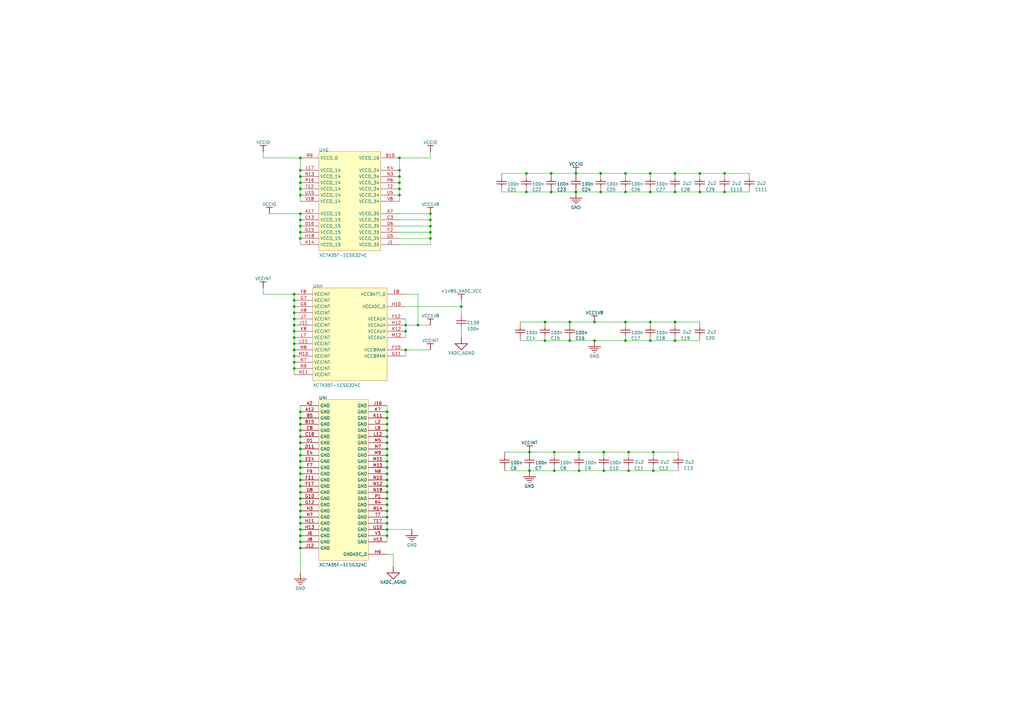
<source format=kicad_sch>
(kicad_sch (version 20231120) (generator "eeschema") (generator_version "8.0")
  (paper "A3")
  (title_block (title "<Enter Sheet Title>"))
  (junction (at 123.19 186.69))
  (junction (at 267.97 193.04))
  (junction (at 158.75 219.71))
  (junction (at 297.18 71.12))
  (junction (at 163.83 77.47))
  (junction (at 158.75 171.45))
  (junction (at 171.45 133.35))
  (junction (at 120.65 135.89))
  (junction (at 223.52 132.08))
  (junction (at 256.54 78.74))
  (junction (at 120.65 148.59))
  (junction (at 217.17 193.04))
  (junction (at 123.19 179.07))
  (junction (at 223.52 139.7))
  (junction (at 276.86 132.08))
  (junction (at 123.19 69.85))
  (junction (at 256.54 71.12))
  (junction (at 266.7 71.12))
  (junction (at 257.81 185.42))
  (junction (at 158.75 186.69))
  (junction (at 123.19 196.85))
  (junction (at 158.75 212.09))
  (junction (at 163.83 80.01))
  (junction (at 123.19 189.23))
  (junction (at 246.38 71.12))
  (junction (at 287.02 78.74))
  (junction (at 123.19 173.99))
  (junction (at 276.86 71.12))
  (junction (at 123.19 209.55))
  (junction (at 176.53 90.17))
  (junction (at 166.37 143.51))
  (junction (at 158.75 194.31))
  (junction (at 166.37 133.35))
  (junction (at 266.7 132.08))
  (junction (at 123.19 181.61))
  (junction (at 120.65 128.27))
  (junction (at 120.65 123.19))
  (junction (at 123.19 92.71))
  (junction (at 123.19 204.47))
  (junction (at 297.18 78.74))
  (junction (at 158.75 181.61))
  (junction (at 276.86 139.7))
  (junction (at 233.68 132.08))
  (junction (at 226.06 78.74))
  (junction (at 123.19 168.91))
  (junction (at 123.19 74.93))
  (junction (at 158.75 196.85))
  (junction (at 120.65 130.81))
  (junction (at 227.33 193.04))
  (junction (at 243.84 139.7))
  (junction (at 163.83 74.93))
  (junction (at 120.65 143.51))
  (junction (at 158.75 176.53))
  (junction (at 158.75 209.55))
  (junction (at 158.75 168.91))
  (junction (at 257.81 193.04))
  (junction (at 217.17 185.42))
  (junction (at 123.19 171.45))
  (junction (at 123.19 212.09))
  (junction (at 247.65 185.42))
  (junction (at 123.19 80.01))
  (junction (at 158.75 184.15))
  (junction (at 120.65 151.13))
  (junction (at 123.19 72.39))
  (junction (at 123.19 201.93))
  (junction (at 158.75 207.01))
  (junction (at 176.53 95.25))
  (junction (at 266.7 139.7))
  (junction (at 236.22 78.74))
  (junction (at 237.49 193.04))
  (junction (at 247.65 193.04))
  (junction (at 267.97 185.42))
  (junction (at 237.49 185.42))
  (junction (at 158.75 217.17))
  (junction (at 158.75 191.77))
  (junction (at 123.19 219.71))
  (junction (at 158.75 173.99))
  (junction (at 123.19 194.31))
  (junction (at 123.19 191.77))
  (junction (at 256.54 139.7))
  (junction (at 120.65 146.05))
  (junction (at 123.19 199.39))
  (junction (at 163.83 72.39))
  (junction (at 256.54 132.08))
  (junction (at 158.75 189.23))
  (junction (at 123.19 207.01))
  (junction (at 123.19 90.17))
  (junction (at 158.75 199.39))
  (junction (at 266.7 78.74))
  (junction (at 120.65 125.73))
  (junction (at 158.75 179.07))
  (junction (at 166.37 135.89))
  (junction (at 123.19 217.17))
  (junction (at 189.23 125.73))
  (junction (at 120.65 140.97))
  (junction (at 158.75 201.93))
  (junction (at 120.65 120.65))
  (junction (at 120.65 138.43))
  (junction (at 226.06 71.12))
  (junction (at 123.19 87.63))
  (junction (at 158.75 214.63))
  (junction (at 163.83 64.77))
  (junction (at 123.19 222.25))
  (junction (at 236.22 71.12))
  (junction (at 123.19 184.15))
  (junction (at 123.19 77.47))
  (junction (at 123.19 95.25))
  (junction (at 176.53 97.79))
  (junction (at 158.75 204.47))
  (junction (at 163.83 69.85))
  (junction (at 215.9 71.12))
  (junction (at 176.53 87.63))
  (junction (at 123.19 224.79))
  (junction (at 276.86 78.74))
  (junction (at 227.33 185.42))
  (junction (at 246.38 78.74))
  (junction (at 123.19 97.79))
  (junction (at 287.02 71.12))
  (junction (at 123.19 176.53))
  (junction (at 233.68 139.7))
  (junction (at 123.19 214.63))
  (junction (at 123.19 64.77))
  (junction (at 176.53 92.71))
  (junction (at 215.9 78.74))
  (junction (at 243.84 132.08))
  (junction (at 120.65 133.35))
  (wire (pts (xy 120.65 125.73) (xy 120.65 123.19)))
  (wire (pts (xy 123.19 64.77) (xy 107.95 64.77)))
  (wire (pts (xy 123.19 80.01) (xy 123.19 77.47)))
  (wire (pts (xy 123.19 214.63) (xy 123.19 212.09)))
  (wire (pts (xy 120.65 148.59) (xy 120.65 151.13)))
  (wire (pts (xy 123.19 224.79) (xy 123.19 222.25)))
  (wire (pts (xy 266.7 139.7) (xy 256.54 139.7)))
  (wire (pts (xy 123.19 77.47) (xy 123.19 74.93)))
  (wire (pts (xy 123.19 97.79) (xy 123.19 100.33)))
  (wire (pts (xy 123.19 181.61) (xy 123.19 184.15)))
  (wire (pts (xy 123.19 72.39) (xy 123.19 69.85)))
  (wire (pts (xy 120.65 123.19) (xy 120.65 120.65)))
  (wire (pts (xy 123.19 176.53) (xy 123.19 179.07)))
  (wire (pts (xy 163.83 82.55) (xy 163.83 80.01)))
  (wire (pts (xy 287.02 71.12) (xy 297.18 71.12)))
  (wire (pts (xy 123.19 173.99) (xy 123.19 176.53)))
  (wire (pts (xy 123.19 95.25) (xy 123.19 97.79)))
  (wire (pts (xy 163.83 87.63) (xy 176.53 87.63)))
  (wire (pts (xy 123.19 207.01) (xy 123.19 204.47)))
  (wire (pts (xy 237.49 193.04) (xy 247.65 193.04)))
  (wire (pts (xy 215.9 71.12) (xy 205.74 71.12)))
  (wire (pts (xy 158.75 204.47) (xy 158.75 207.01)))
  (wire (pts (xy 123.19 90.17) (xy 123.19 92.71)))
  (wire (pts (xy 276.86 132.08) (xy 266.7 132.08)))
  (wire (pts (xy 233.68 132.08) (xy 223.52 132.08)))
  (wire (pts (xy 166.37 135.89) (xy 166.37 138.43)))
  (wire (pts (xy 166.37 143.51) (xy 166.37 146.05)))
  (wire (pts (xy 123.19 92.71) (xy 123.19 95.25)))
  (wire (pts (xy 120.65 138.43) (xy 120.65 140.97)))
  (wire (pts (xy 168.91 217.17) (xy 158.75 217.17)))
  (wire (pts (xy 120.65 146.05) (xy 120.65 148.59)))
  (wire (pts (xy 226.06 71.12) (xy 215.9 71.12)))
  (wire (pts (xy 276.86 139.7) (xy 266.7 139.7)))
  (wire (pts (xy 247.65 185.42) (xy 257.81 185.42)))
  (wire (pts (xy 236.22 71.12) (xy 226.06 71.12)))
  (wire (pts (xy 158.75 209.55) (xy 158.75 212.09)))
  (wire (pts (xy 123.19 212.09) (xy 123.19 209.55)))
  (wire (pts (xy 227.33 185.42) (xy 237.49 185.42)))
  (wire (pts (xy 123.19 189.23) (xy 123.19 186.69)))
  (wire (pts (xy 236.22 78.74) (xy 226.06 78.74)))
  (wire (pts (xy 123.19 199.39) (xy 123.19 196.85)))
  (wire (pts (xy 257.81 185.42) (xy 267.97 185.42)))
  (wire (pts (xy 246.38 71.12) (xy 236.22 71.12)))
  (wire (pts (xy 123.19 204.47) (xy 123.19 201.93)))
  (wire (pts (xy 123.19 234.95) (xy 123.19 224.79)))
  (wire (pts (xy 246.38 78.74) (xy 236.22 78.74)))
  (wire (pts (xy 120.65 135.89) (xy 120.65 133.35)))
  (wire (pts (xy 266.7 78.74) (xy 256.54 78.74)))
  (wire (pts (xy 120.65 151.13) (xy 120.65 153.67)))
  (wire (pts (xy 158.75 207.01) (xy 158.75 209.55)))
  (wire (pts (xy 158.75 176.53) (xy 158.75 179.07)))
  (wire (pts (xy 176.53 143.51) (xy 166.37 143.51)))
  (wire (pts (xy 256.54 78.74) (xy 246.38 78.74)))
  (wire (pts (xy 171.45 120.65) (xy 171.45 133.35)))
  (wire (pts (xy 158.75 181.61) (xy 158.75 184.15)))
  (wire (pts (xy 123.19 168.91) (xy 123.19 171.45)))
  (wire (pts (xy 158.75 194.31) (xy 158.75 196.85)))
  (wire (pts (xy 176.53 64.77) (xy 176.53 62.23)))
  (wire (pts (xy 158.75 166.37) (xy 158.75 168.91)))
  (wire (pts (xy 163.83 97.79) (xy 176.53 97.79)))
  (wire (pts (xy 158.75 214.63) (xy 158.75 217.17)))
  (wire (pts (xy 120.65 120.65) (xy 107.95 120.65)))
  (wire (pts (xy 215.9 78.74) (xy 205.74 78.74)))
  (wire (pts (xy 257.81 193.04) (xy 267.97 193.04)))
  (wire (pts (xy 110.49 87.63) (xy 123.19 87.63)))
  (wire (pts (xy 123.19 201.93) (xy 123.19 199.39)))
  (wire (pts (xy 123.19 87.63) (xy 123.19 90.17)))
  (wire (pts (xy 120.65 140.97) (xy 120.65 143.51)))
  (wire (pts (xy 120.65 130.81) (xy 120.65 128.27)))
  (wire (pts (xy 107.95 120.65) (xy 107.95 118.11)))
  (wire (pts (xy 163.83 77.47) (xy 163.83 74.93)))
  (wire (pts (xy 243.84 139.7) (xy 233.68 139.7)))
  (wire (pts (xy 223.52 132.08) (xy 213.36 132.08)))
  (wire (pts (xy 123.19 179.07) (xy 123.19 181.61)))
  (wire (pts (xy 123.19 69.85) (xy 123.19 64.77)))
  (wire (pts (xy 107.95 64.77) (xy 107.95 62.23)))
  (wire (pts (xy 158.75 217.17) (xy 158.75 219.71)))
  (wire (pts (xy 158.75 189.23) (xy 158.75 191.77)))
  (wire (pts (xy 166.37 133.35) (xy 166.37 130.81)))
  (wire (pts (xy 163.83 64.77) (xy 176.53 64.77)))
  (wire (pts (xy 287.02 78.74) (xy 297.18 78.74)))
  (wire (pts (xy 189.23 125.73) (xy 189.23 123.19)))
  (wire (pts (xy 266.7 132.08) (xy 256.54 132.08)))
  (wire (pts (xy 176.53 92.71) (xy 176.53 90.17)))
  (wire (pts (xy 163.83 90.17) (xy 176.53 90.17)))
  (wire (pts (xy 297.18 78.74) (xy 307.34 78.74)))
  (wire (pts (xy 123.19 184.15) (xy 123.19 186.69)))
  (wire (pts (xy 233.68 139.7) (xy 223.52 139.7)))
  (wire (pts (xy 176.53 133.35) (xy 171.45 133.35)))
  (wire (pts (xy 226.06 78.74) (xy 215.9 78.74)))
  (wire (pts (xy 176.53 90.17) (xy 176.53 87.63)))
  (wire (pts (xy 163.83 72.39) (xy 163.83 69.85)))
  (wire (pts (xy 207.01 185.42) (xy 217.17 185.42)))
  (wire (pts (xy 158.75 199.39) (xy 158.75 201.93)))
  (wire (pts (xy 158.75 179.07) (xy 158.75 181.61)))
  (wire (pts (xy 123.19 74.93) (xy 123.19 72.39)))
  (wire (pts (xy 267.97 193.04) (xy 278.13 193.04)))
  (wire (pts (xy 158.75 186.69) (xy 158.75 189.23)))
  (wire (pts (xy 287.02 139.7) (xy 276.86 139.7)))
  (wire (pts (xy 171.45 133.35) (xy 166.37 133.35)))
  (wire (pts (xy 123.19 219.71) (xy 123.19 217.17)))
  (wire (pts (xy 217.17 193.04) (xy 227.33 193.04)))
  (wire (pts (xy 158.75 196.85) (xy 158.75 199.39)))
  (wire (pts (xy 123.19 196.85) (xy 123.19 194.31)))
  (wire (pts (xy 287.02 132.08) (xy 276.86 132.08)))
  (wire (pts (xy 158.75 201.93) (xy 158.75 204.47)))
  (wire (pts (xy 158.75 184.15) (xy 158.75 186.69)))
  (wire (pts (xy 276.86 78.74) (xy 266.7 78.74)))
  (wire (pts (xy 243.84 132.08) (xy 233.68 132.08)))
  (wire (pts (xy 158.75 168.91) (xy 158.75 171.45)))
  (wire (pts (xy 123.19 191.77) (xy 123.19 189.23)))
  (wire (pts (xy 227.33 193.04) (xy 237.49 193.04)))
  (wire (pts (xy 276.86 71.12) (xy 266.7 71.12)))
  (wire (pts (xy 189.23 138.43) (xy 189.23 135.89)))
  (wire (pts (xy 166.37 133.35) (xy 166.37 135.89)))
  (wire (pts (xy 158.75 212.09) (xy 158.75 214.63)))
  (wire (pts (xy 163.83 74.93) (xy 163.83 72.39)))
  (wire (pts (xy 223.52 139.7) (xy 213.36 139.7)))
  (wire (pts (xy 158.75 219.71) (xy 158.75 222.25)))
  (wire (pts (xy 123.19 82.55) (xy 123.19 80.01)))
  (wire (pts (xy 256.54 139.7) (xy 243.84 139.7)))
  (wire (pts (xy 217.17 185.42) (xy 227.33 185.42)))
  (wire (pts (xy 256.54 132.08) (xy 243.84 132.08)))
  (wire (pts (xy 176.53 95.25) (xy 176.53 92.71)))
  (wire (pts (xy 158.75 173.99) (xy 158.75 176.53)))
  (wire (pts (xy 123.19 217.17) (xy 123.19 214.63)))
  (wire (pts (xy 158.75 171.45) (xy 158.75 173.99)))
  (wire (pts (xy 163.83 100.33) (xy 176.53 100.33)))
  (wire (pts (xy 266.7 71.12) (xy 256.54 71.12)))
  (wire (pts (xy 123.19 171.45) (xy 123.19 173.99)))
  (wire (pts (xy 166.37 125.73) (xy 189.23 125.73)))
  (wire (pts (xy 123.19 166.37) (xy 123.19 168.91)))
  (wire (pts (xy 189.23 128.27) (xy 189.23 125.73)))
  (wire (pts (xy 163.83 69.85) (xy 163.83 64.77)))
  (wire (pts (xy 123.19 209.55) (xy 123.19 207.01)))
  (wire (pts (xy 166.37 120.65) (xy 171.45 120.65)))
  (wire (pts (xy 176.53 97.79) (xy 176.53 95.25)))
  (wire (pts (xy 123.19 222.25) (xy 123.19 219.71)))
  (wire (pts (xy 267.97 185.42) (xy 278.13 185.42)))
  (wire (pts (xy 158.75 191.77) (xy 158.75 194.31)))
  (wire (pts (xy 256.54 71.12) (xy 246.38 71.12)))
  (wire (pts (xy 120.65 128.27) (xy 120.65 125.73)))
  (wire (pts (xy 207.01 193.04) (xy 217.17 193.04)))
  (wire (pts (xy 158.75 227.33) (xy 161.29 227.33)))
  (wire (pts (xy 247.65 193.04) (xy 257.81 193.04)))
  (wire (pts (xy 237.49 185.42) (xy 247.65 185.42)))
  (wire (pts (xy 123.19 194.31) (xy 123.19 191.77)))
  (wire (pts (xy 120.65 143.51) (xy 120.65 146.05)))
  (wire (pts (xy 161.29 227.33) (xy 161.29 232.41)))
  (wire (pts (xy 297.18 71.12) (xy 307.34 71.12)))
  (wire (pts (xy 176.53 100.33) (xy 176.53 97.79)))
  (wire (pts (xy 120.65 133.35) (xy 120.65 130.81)))
  (wire (pts (xy 163.83 92.71) (xy 176.53 92.71)))
  (wire (pts (xy 163.83 95.25) (xy 176.53 95.25)))
  (wire (pts (xy 163.83 80.01) (xy 163.83 77.47)))
  (wire (pts (xy 120.65 135.89) (xy 120.65 138.43)))
  (wire (pts (xy 287.02 71.12) (xy 276.86 71.12)))
  (wire (pts (xy 287.02 78.74) (xy 276.86 78.74)))
  (symbol (lib_id "SONATA-ONE-symbols:root_0_XLNX-XC7A35T-CSG324") (at 128.27 118.11 0) (unit 8)
    (property "Reference" "U4" (at 128.27 118.11 0) (effects (justify left bottom)))
    (property "Value" "XC7A35T-1CSG324C" (at 128.27 158.75 0) (effects (justify left bottom)))
    (property "Footprint" "SONATA-ONE-LIBRARY:CSG324" (effects (hide yes)))
    (property "Description" "Artix-7 FPGA, 210 User I/Os, 0 GTP, 324-Ball BGA, Speed Grade 1, Commercial Grade, Pb-Free" (effects (hide yes)))
  )
  (symbol (lib_id "SONATA-ONE-symbols:root_0_CAP") (at 287.02 137.16 0) (unit 1)
    (property "Reference" "C20" (at 289.306 139.446 0) (effects (justify left bottom)))
    (property "Value" "2u2" (at 290.068 136.906 0) (effects (justify left bottom)))
    (property "Footprint" "SONATA-ONE-LIBRARY:CAPC0603_M" (effects (hide yes)))
    (property "Description" "100n, 0402" (effects (hide yes)))
    (property "MANUFACTURE PART NUMBER 1" "CL10B225KP8NNNC" (effects (hide yes)))
  )
  (symbol (lib_id "SONATA-ONE-symbols:root_0_CAP") (at 267.97 190.5 0) (unit 1)
    (property "Reference" "C12" (at 270.256 192.786 0) (effects (justify left bottom)))
    (property "Value" "2u2" (at 270.764 190.246 0) (effects (justify left bottom)))
    (property "Footprint" "SONATA-ONE-LIBRARY:CAPC0603_M" (effects (hide yes)))
    (property "Description" "100n, 0402" (effects (hide yes)))
    (property "MANUFACTURE PART NUMBER 1" "CL10B225KP8NNNC" (effects (hide yes)))
  )
  (symbol (lib_id "SONATA-ONE-symbols:root_0_CAP") (at 278.13 190.5 0) (unit 1)
    (property "Reference" "C13" (at 280.416 192.786 0) (effects (justify left bottom)))
    (property "Value" "2u2" (at 280.924 190.246 0) (effects (justify left bottom)))
    (property "Footprint" "SONATA-ONE-LIBRARY:CAPC0603_M" (effects (hide yes)))
    (property "Description" "100n, 0402" (effects (hide yes)))
    (property "MANUFACTURE PART NUMBER 1" "CL10B225KP8NNNC" (effects (hide yes)))
  )
  (symbol (lib_id "SONATA-ONE-symbols:root_0_CAP") (at 217.17 190.5 0) (unit 1)
    (property "Reference" "C7" (at 219.456 192.786 0) (effects (justify left bottom)))
    (property "Value" "100n" (at 219.456 190.5 0) (effects (justify left bottom)))
    (property "Footprint" "SONATA-ONE-LIBRARY:CAPC0402_M" (effects (hide yes)))
    (property "Description" "100n, 0402" (effects (hide yes)))
    (property "MANUFACTURE PART NUMBER 1" "CGA2B3X7R1V104K050BB" (effects (hide yes)))
  )
  (symbol (lib_id "SONATA-ONE-symbols:root_0_CAP") (at 266.7 137.16 0) (unit 1)
    (property "Reference" "C18" (at 268.986 139.446 0) (effects (justify left bottom)))
    (property "Value" "100n" (at 268.986 137.16 0) (effects (justify left bottom)))
    (property "Footprint" "SONATA-ONE-LIBRARY:CAPC0402_M" (effects (hide yes)))
    (property "Description" "100n, 0402" (effects (hide yes)))
    (property "MANUFACTURE PART NUMBER 1" "CGA2B3X7R1V104K050BB" (effects (hide yes)))
  )
  (symbol (lib_id "SONATA-ONE-symbols:root_0_CAP") (at 227.33 190.5 0) (unit 1)
    (property "Reference" "C8" (at 229.616 192.786 0) (effects (justify left bottom)))
    (property "Value" "100n" (at 229.616 190.5 0) (effects (justify left bottom)))
    (property "Footprint" "SONATA-ONE-LIBRARY:CAPC0402_M" (effects (hide yes)))
    (property "Description" "100n, 0402" (effects (hide yes)))
    (property "MANUFACTURE PART NUMBER 1" "CGA2B3X7R1V104K050BB" (effects (hide yes)))
  )
  (symbol (lib_id "SONATA-ONE-symbols:root_0_CAP") (at 276.86 137.16 0) (unit 1)
    (property "Reference" "C19" (at 279.146 139.446 0) (effects (justify left bottom)))
    (property "Value" "2u2" (at 279.908 136.906 0) (effects (justify left bottom)))
    (property "Footprint" "SONATA-ONE-LIBRARY:CAPC0603_M" (effects (hide yes)))
    (property "Description" "100n, 0402" (effects (hide yes)))
    (property "MANUFACTURE PART NUMBER 1" "CL10B225KP8NNNC" (effects (hide yes)))
  )
  (symbol (lib_id "SONATA-ONE-symbols:root_0_CAP") (at 236.22 76.2 0) (unit 1)
    (property "Reference" "C24" (at 238.506 78.486 0) (effects (justify left bottom)))
    (property "Value" "100n" (at 238.506 76.2 0) (effects (justify left bottom)))
    (property "Footprint" "SONATA-ONE-LIBRARY:CAPC0402_M" (effects (hide yes)))
    (property "Description" "100n, 0402" (effects (hide yes)))
    (property "MANUFACTURE PART NUMBER 1" "CGA2B3X7R1V104K050BB" (effects (hide yes)))
  )
  (symbol (lib_id "SONATA-ONE-symbols:VCCIO_BAR") (at 176.53 62.23 180) (unit 1)
    (property "Reference" "#PWR0126" (effects (hide yes)))
    (property "Value" "VCCIO" (at 176.53 58.42 0))
    (property "Description" "Power symbol creates a global label with name 'VCCIO'" (effects (hide yes)))
  )
  (symbol (lib_id "SONATA-ONE-symbols:root_0_CAP") (at 297.18 76.2 0) (unit 1)
    (property "Reference" "C110" (at 299.466 78.486 0) (effects (justify left bottom)))
    (property "Value" "2u2" (at 300.228 75.946 0) (effects (justify left bottom)))
    (property "Footprint" "SONATA-ONE-LIBRARY:CAPC0603_M" (effects (hide yes)))
    (property "Description" "100n, 0402" (effects (hide yes)))
    (property "MANUFACTURE PART NUMBER 1" "CL10B225KP8NNNC" (effects (hide yes)))
  )
  (symbol (lib_id "SONATA-ONE-symbols:root_0_CAP") (at 213.36 137.16 0) (unit 1)
    (property "Reference" "C14" (at 215.646 139.446 0) (effects (justify left bottom)))
    (property "Value" "100n" (at 215.646 137.16 0) (effects (justify left bottom)))
    (property "Footprint" "SONATA-ONE-LIBRARY:CAPC0402_M" (effects (hide yes)))
    (property "Description" "100n, 0402" (effects (hide yes)))
    (property "MANUFACTURE PART NUMBER 1" "CGA2B3X7R1V104K050BB" (effects (hide yes)))
  )
  (symbol (lib_id "SONATA-ONE-symbols:root_0_CAP") (at 256.54 137.16 0) (unit 1)
    (property "Reference" "C17" (at 258.826 139.446 0) (effects (justify left bottom)))
    (property "Value" "100n" (at 258.826 137.16 0) (effects (justify left bottom)))
    (property "Footprint" "SONATA-ONE-LIBRARY:CAPC0402_M" (effects (hide yes)))
    (property "Description" "100n, 0402" (effects (hide yes)))
    (property "MANUFACTURE PART NUMBER 1" "CGA2B3X7R1V104K050BB" (effects (hide yes)))
  )
  (symbol (lib_id "SONATA-ONE-symbols:root_0_CAP") (at 189.23 133.35 0) (unit 1)
    (property "Reference" "C139" (at 191.516 133.096 0) (effects (justify left bottom)))
    (property "Value" "100n" (at 191.516 135.636 0) (effects (justify left bottom)))
    (property "Footprint" "SONATA-ONE-LIBRARY:CAPC0402_M" (effects (hide yes)))
    (property "Description" "100n, 0402" (effects (hide yes)))
    (property "MANUFACTURE PART NUMBER 1" "CGA2B3X7R1V104K050BB" (effects (hide yes)))
  )
  (symbol (lib_id "SONATA-ONE-symbols:VCC1V8_BAR") (at 243.84 132.08 180) (unit 1)
    (property "Reference" "#PWR0180" (effects (hide yes)))
    (property "Value" "VCC1V8" (at 243.84 128.27 0))
    (property "Description" "Power symbol creates a global label with name 'VCC1V8'" (effects (hide yes)))
  )
  (symbol (lib_id "SONATA-ONE-symbols:VCCINT_BAR") (at 217.17 185.42 180) (unit 1)
    (property "Reference" "#PWR0132" (effects (hide yes)))
    (property "Value" "VCCINT" (at 217.17 181.61 0))
    (property "Description" "Power symbol creates a global label with name 'VCCINT'" (effects (hide yes)))
  )
  (symbol (lib_id "SONATA-ONE-symbols:root_0_CAP") (at 266.7 76.2 0) (unit 1)
    (property "Reference" "C27" (at 268.986 78.486 0) (effects (justify left bottom)))
    (property "Value" "100n" (at 268.986 76.2 0) (effects (justify left bottom)))
    (property "Footprint" "SONATA-ONE-LIBRARY:CAPC0402_M" (effects (hide yes)))
    (property "Description" "100n, 0402" (effects (hide yes)))
    (property "MANUFACTURE PART NUMBER 1" "CGA2B3X7R1V104K050BB" (effects (hide yes)))
  )
  (symbol (lib_id "SONATA-ONE-symbols:XADC_AGND_SIGNAL_GROUND") (at 161.29 232.41 0) (unit 1)
    (property "Reference" "#PWR0112" (effects (hide yes)))
    (property "Value" "XADC_AGND" (at 161.29 238.76 0))
    (property "Description" "Power symbol creates a global label with name 'XADC_AGND'" (effects (hide yes)))
  )
  (symbol (lib_id "SONATA-ONE-symbols:VCCINT_BAR") (at 176.53 143.51 180) (unit 1)
    (property "Reference" "#PWR0129" (effects (hide yes)))
    (property "Value" "VCCINT" (at 176.53 139.7 0))
    (property "Description" "Power symbol creates a global label with name 'VCCINT'" (effects (hide yes)))
  )
  (symbol (lib_id "SONATA-ONE-symbols:root_0_XLNX-XC7A35T-CSG324") (at 130.81 163.83 0) (unit 9)
    (property "Reference" "U4" (at 130.81 163.83 0) (effects (justify left bottom)))
    (property "Value" "XC7A35T-1CSG324C" (at 130.81 232.41 0) (effects (justify left bottom)))
    (property "Footprint" "SONATA-ONE-LIBRARY:CSG324" (effects (hide yes)))
    (property "Description" "Artix-7 FPGA, 210 User I/Os, 0 GTP, 324-Ball BGA, Speed Grade 1, Commercial Grade, Pb-Free" (effects (hide yes)))
  )
  (symbol (lib_id "SONATA-ONE-symbols:GND_POWER_GROUND") (at 168.91 217.17 0) (unit 1)
    (property "Reference" "#PWR0125" (effects (hide yes)))
    (property "Value" "GND" (at 168.91 223.52 0))
    (property "Description" "Power symbol creates a global label with name 'GND'" (effects (hide yes)))
  )
  (symbol (lib_id "SONATA-ONE-symbols:root_0_CAP") (at 307.34 76.2 0) (unit 1)
    (property "Reference" "C111" (at 309.626 78.486 0) (effects (justify left bottom)))
    (property "Value" "2u2" (at 310.388 75.946 0) (effects (justify left bottom)))
    (property "Footprint" "SONATA-ONE-LIBRARY:CAPC0603_M" (effects (hide yes)))
    (property "Description" "100n, 0402" (effects (hide yes)))
    (property "MANUFACTURE PART NUMBER 1" "CL10B225KP8NNNC" (effects (hide yes)))
  )
  (symbol (lib_id "SONATA-ONE-symbols:root_0_CAP") (at 257.81 190.5 0) (unit 1)
    (property "Reference" "C11" (at 260.096 192.786 0) (effects (justify left bottom)))
    (property "Value" "2u2" (at 260.35 190.246 0) (effects (justify left bottom)))
    (property "Footprint" "SONATA-ONE-LIBRARY:CAPC0603_M" (effects (hide yes)))
    (property "Description" "100n, 0402" (effects (hide yes)))
    (property "MANUFACTURE PART NUMBER 1" "CL10B225KP8NNNC" (effects (hide yes)))
  )
  (symbol (lib_id "SONATA-ONE-symbols:root_0_CAP") (at 207.01 190.5 0) (unit 1)
    (property "Reference" "C6" (at 209.296 192.786 0) (effects (justify left bottom)))
    (property "Value" "100n" (at 209.296 190.5 0) (effects (justify left bottom)))
    (property "Footprint" "SONATA-ONE-LIBRARY:CAPC0402_M" (effects (hide yes)))
    (property "Description" "100n, 0402" (effects (hide yes)))
    (property "MANUFACTURE PART NUMBER 1" "CGA2B3X7R1V104K050BB" (effects (hide yes)))
  )
  (symbol (lib_id "SONATA-ONE-symbols:VCCIO_BAR") (at 236.22 71.12 180) (unit 1)
    (property "Reference" "#PWR0134" (effects (hide yes)))
    (property "Value" "VCCIO" (at 236.22 67.31 0))
    (property "Description" "Power symbol creates a global label with name 'VCCIO'" (effects (hide yes)))
  )
  (symbol (lib_id "SONATA-ONE-symbols:root_0_CAP") (at 223.52 137.16 0) (unit 1)
    (property "Reference" "C15" (at 225.806 139.446 0) (effects (justify left bottom)))
    (property "Value" "100n" (at 225.806 137.16 0) (effects (justify left bottom)))
    (property "Footprint" "SONATA-ONE-LIBRARY:CAPC0402_M" (effects (hide yes)))
    (property "Description" "100n, 0402" (effects (hide yes)))
    (property "MANUFACTURE PART NUMBER 1" "CGA2B3X7R1V104K050BB" (effects (hide yes)))
  )
  (symbol (lib_id "SONATA-ONE-symbols:root_0_CAP") (at 276.86 76.2 0) (unit 1)
    (property "Reference" "C28" (at 279.146 78.486 0) (effects (justify left bottom)))
    (property "Value" "2u2" (at 279.908 75.946 0) (effects (justify left bottom)))
    (property "Footprint" "SONATA-ONE-LIBRARY:CAPC0603_M" (effects (hide yes)))
    (property "Description" "100n, 0402" (effects (hide yes)))
    (property "MANUFACTURE PART NUMBER 1" "CL10B225KP8NNNC" (effects (hide yes)))
  )
  (symbol (lib_id "SONATA-ONE-symbols:XADC_AGND_SIGNAL_GROUND") (at 189.23 138.43 0) (unit 1)
    (property "Reference" "#PWR0131" (effects (hide yes)))
    (property "Value" "XADC_AGND" (at 189.23 144.78 0))
    (property "Description" "Power symbol creates a global label with name 'XADC_AGND'" (effects (hide yes)))
  )
  (symbol (lib_id "SONATA-ONE-symbols:+1V85_XADC_VCC_BAR") (at 189.23 123.19 180) (unit 1)
    (property "Reference" "#PWR0130" (effects (hide yes)))
    (property "Value" "+1V85_XADC_VCC" (at 189.23 119.38 0))
    (property "Description" "Power symbol creates a global label with name '+1V85_XADC_VCC'" (effects (hide yes)))
  )
  (symbol (lib_id "SONATA-ONE-symbols:root_0_CAP") (at 256.54 76.2 0) (unit 1)
    (property "Reference" "C26" (at 258.826 78.486 0) (effects (justify left bottom)))
    (property "Value" "100n" (at 258.826 76.2 0) (effects (justify left bottom)))
    (property "Footprint" "SONATA-ONE-LIBRARY:CAPC0402_M" (effects (hide yes)))
    (property "Description" "100n, 0402" (effects (hide yes)))
    (property "MANUFACTURE PART NUMBER 1" "CGA2B3X7R1V104K050BB" (effects (hide yes)))
  )
  (symbol (lib_id "SONATA-ONE-symbols:root_0_CAP") (at 215.9 76.2 0) (unit 1)
    (property "Reference" "C22" (at 218.186 78.486 0) (effects (justify left bottom)))
    (property "Value" "100n" (at 218.186 76.2 0) (effects (justify left bottom)))
    (property "Footprint" "SONATA-ONE-LIBRARY:CAPC0402_M" (effects (hide yes)))
    (property "Description" "100n, 0402" (effects (hide yes)))
    (property "MANUFACTURE PART NUMBER 1" "CGA2B3X7R1V104K050BB" (effects (hide yes)))
  )
  (symbol (lib_id "SONATA-ONE-symbols:VCCIO_BAR") (at 110.49 87.63 180) (unit 1)
    (property "Reference" "#PWR0110" (effects (hide yes)))
    (property "Value" "VCCIO" (at 110.49 83.82 0))
    (property "Description" "Power symbol creates a global label with name 'VCCIO'" (effects (hide yes)))
  )
  (symbol (lib_id "SONATA-ONE-symbols:VCCINT_BAR") (at 107.95 118.11 180) (unit 1)
    (property "Reference" "#PWR0109" (effects (hide yes)))
    (property "Value" "VCCINT" (at 107.95 114.3 0))
    (property "Description" "Power symbol creates a global label with name 'VCCINT'" (effects (hide yes)))
  )
  (symbol (lib_id "SONATA-ONE-symbols:root_0_CAP") (at 205.74 76.2 0) (unit 1)
    (property "Reference" "C21" (at 208.026 78.486 0) (effects (justify left bottom)))
    (property "Value" "100n" (at 208.026 76.2 0) (effects (justify left bottom)))
    (property "Footprint" "SONATA-ONE-LIBRARY:CAPC0402_M" (effects (hide yes)))
    (property "Description" "100n, 0402" (effects (hide yes)))
    (property "MANUFACTURE PART NUMBER 1" "CGA2B3X7R1V104K050BB" (effects (hide yes)))
  )
  (symbol (lib_id "SONATA-ONE-symbols:root_0_CAP") (at 247.65 190.5 0) (unit 1)
    (property "Reference" "C10" (at 249.936 192.786 0) (effects (justify left bottom)))
    (property "Value" "100n" (at 249.936 190.5 0) (effects (justify left bottom)))
    (property "Footprint" "SONATA-ONE-LIBRARY:CAPC0402_M" (effects (hide yes)))
    (property "Description" "100n, 0402" (effects (hide yes)))
    (property "MANUFACTURE PART NUMBER 1" "CGA2B3X7R1V104K050BB" (effects (hide yes)))
  )
  (symbol (lib_id "SONATA-ONE-symbols:GND_POWER_GROUND") (at 236.22 78.74 0) (unit 1)
    (property "Reference" "#PWR0179" (effects (hide yes)))
    (property "Value" "GND" (at 236.22 85.09 0))
    (property "Description" "Power symbol creates a global label with name 'GND'" (effects (hide yes)))
  )
  (symbol (lib_id "SONATA-ONE-symbols:root_0_CAP") (at 226.06 76.2 0) (unit 1)
    (property "Reference" "C23" (at 228.346 78.486 0) (effects (justify left bottom)))
    (property "Value" "100n" (at 228.346 76.2 0) (effects (justify left bottom)))
    (property "Footprint" "SONATA-ONE-LIBRARY:CAPC0402_M" (effects (hide yes)))
    (property "Description" "100n, 0402" (effects (hide yes)))
    (property "MANUFACTURE PART NUMBER 1" "CGA2B3X7R1V104K050BB" (effects (hide yes)))
  )
  (symbol (lib_id "SONATA-ONE-symbols:GND_POWER_GROUND") (at 217.17 193.04 0) (unit 1)
    (property "Reference" "#PWR0133" (effects (hide yes)))
    (property "Value" "GND" (at 217.17 199.39 0))
    (property "Description" "Power symbol creates a global label with name 'GND'" (effects (hide yes)))
  )
  (symbol (lib_id "SONATA-ONE-symbols:GND_POWER_GROUND") (at 123.19 234.95 0) (unit 1)
    (property "Reference" "#PWR0111" (effects (hide yes)))
    (property "Value" "GND" (at 123.19 241.3 0))
    (property "Description" "Power symbol creates a global label with name 'GND'" (effects (hide yes)))
  )
  (symbol (lib_id "SONATA-ONE-symbols:root_0_CAP") (at 246.38 76.2 0) (unit 1)
    (property "Reference" "C25" (at 248.666 78.486 0) (effects (justify left bottom)))
    (property "Value" "100n" (at 248.666 76.2 0) (effects (justify left bottom)))
    (property "Footprint" "SONATA-ONE-LIBRARY:CAPC0402_M" (effects (hide yes)))
    (property "Description" "100n, 0402" (effects (hide yes)))
    (property "MANUFACTURE PART NUMBER 1" "CGA2B3X7R1V104K050BB" (effects (hide yes)))
  )
  (symbol (lib_id "SONATA-ONE-symbols:root_0_CAP") (at 287.02 76.2 0) (unit 1)
    (property "Reference" "C29" (at 289.306 78.486 0) (effects (justify left bottom)))
    (property "Value" "2u2" (at 290.068 75.946 0) (effects (justify left bottom)))
    (property "Footprint" "SONATA-ONE-LIBRARY:CAPC0603_M" (effects (hide yes)))
    (property "Description" "100n, 0402" (effects (hide yes)))
    (property "MANUFACTURE PART NUMBER 1" "CL10B225KP8NNNC" (effects (hide yes)))
  )
  (symbol (lib_id "SONATA-ONE-symbols:VCCIO_BAR") (at 107.95 62.23 180) (unit 1)
    (property "Reference" "#PWR0108" (effects (hide yes)))
    (property "Value" "VCCIO" (at 107.95 58.42 0))
    (property "Description" "Power symbol creates a global label with name 'VCCIO'" (effects (hide yes)))
  )
  (symbol (lib_id "SONATA-ONE-symbols:VCC1V8_BAR") (at 176.53 87.63 180) (unit 1)
    (property "Reference" "#PWR0127" (effects (hide yes)))
    (property "Value" "VCC1V8" (at 176.53 83.82 0))
    (property "Description" "Power symbol creates a global label with name 'VCC1V8'" (effects (hide yes)))
  )
  (symbol (lib_id "SONATA-ONE-symbols:root_0_XLNX-XC7A35T-CSG324") (at 130.81 62.23 0) (unit 7)
    (property "Reference" "U4" (at 130.81 62.23 0) (effects (justify left bottom)))
    (property "Value" "XC7A35T-1CSG324C" (at 130.81 105.41 0) (effects (justify left bottom)))
    (property "Footprint" "SONATA-ONE-LIBRARY:CSG324" (effects (hide yes)))
    (property "Description" "Artix-7 FPGA, 210 User I/Os, 0 GTP, 324-Ball BGA, Speed Grade 1, Commercial Grade, Pb-Free" (effects (hide yes)))
  )
  (symbol (lib_id "SONATA-ONE-symbols:root_0_CAP") (at 233.68 137.16 0) (unit 1)
    (property "Reference" "C16" (at 235.966 139.446 0) (effects (justify left bottom)))
    (property "Value" "100n" (at 235.966 137.16 0) (effects (justify left bottom)))
    (property "Footprint" "SONATA-ONE-LIBRARY:CAPC0402_M" (effects (hide yes)))
    (property "Description" "100n, 0402" (effects (hide yes)))
    (property "MANUFACTURE PART NUMBER 1" "CGA2B3X7R1V104K050BB" (effects (hide yes)))
  )
  (symbol (lib_id "SONATA-ONE-symbols:root_0_CAP") (at 237.49 190.5 0) (unit 1)
    (property "Reference" "C9" (at 239.776 192.786 0) (effects (justify left bottom)))
    (property "Value" "100n" (at 239.776 190.5 0) (effects (justify left bottom)))
    (property "Footprint" "SONATA-ONE-LIBRARY:CAPC0402_M" (effects (hide yes)))
    (property "Description" "100n, 0402" (effects (hide yes)))
    (property "MANUFACTURE PART NUMBER 1" "CGA2B3X7R1V104K050BB" (effects (hide yes)))
  )
  (symbol (lib_id "SONATA-ONE-symbols:VCC1V8_BAR") (at 176.53 133.35 180) (unit 1)
    (property "Reference" "#PWR0128" (effects (hide yes)))
    (property "Value" "VCC1V8" (at 176.53 129.54 0))
    (property "Description" "Power symbol creates a global label with name 'VCC1V8'" (effects (hide yes)))
  )
  (symbol (lib_id "SONATA-ONE-symbols:GND_POWER_GROUND") (at 243.84 139.7 0) (unit 1)
    (property "Reference" "#PWR0192" (effects (hide yes)))
    (property "Value" "GND" (at 243.84 146.05 0))
    (property "Description" "Power symbol creates a global label with name 'GND'" (effects (hide yes)))
  )
)
</source>
